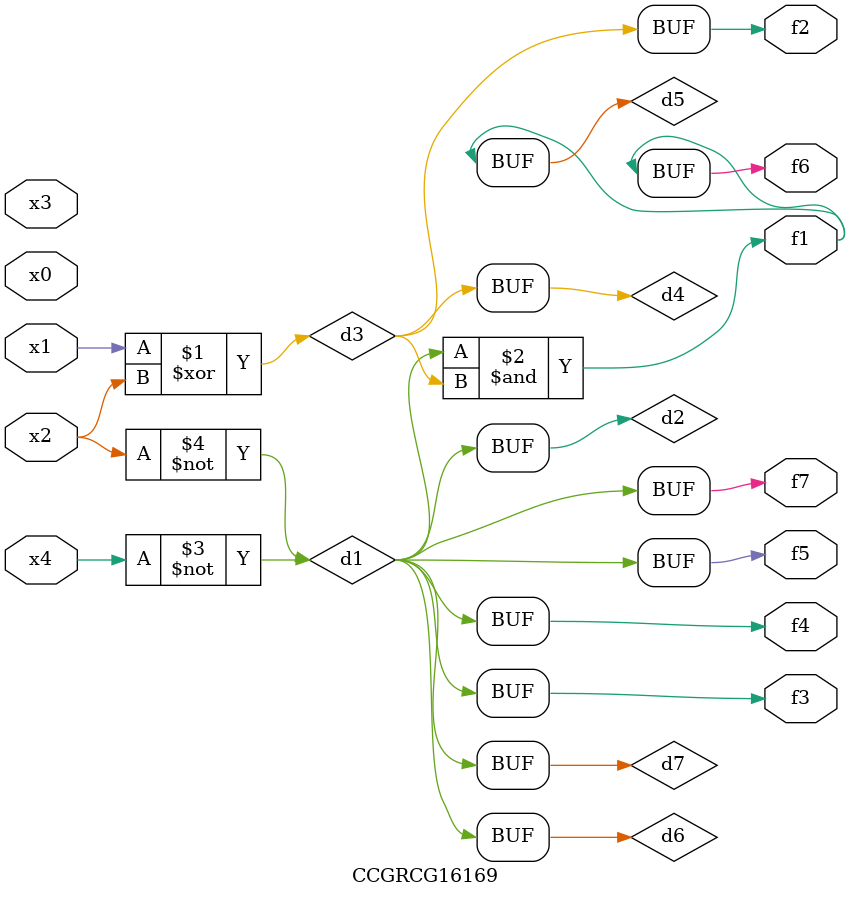
<source format=v>
module CCGRCG16169(
	input x0, x1, x2, x3, x4,
	output f1, f2, f3, f4, f5, f6, f7
);

	wire d1, d2, d3, d4, d5, d6, d7;

	not (d1, x4);
	not (d2, x2);
	xor (d3, x1, x2);
	buf (d4, d3);
	and (d5, d1, d3);
	buf (d6, d1, d2);
	buf (d7, d2);
	assign f1 = d5;
	assign f2 = d4;
	assign f3 = d7;
	assign f4 = d7;
	assign f5 = d7;
	assign f6 = d5;
	assign f7 = d7;
endmodule

</source>
